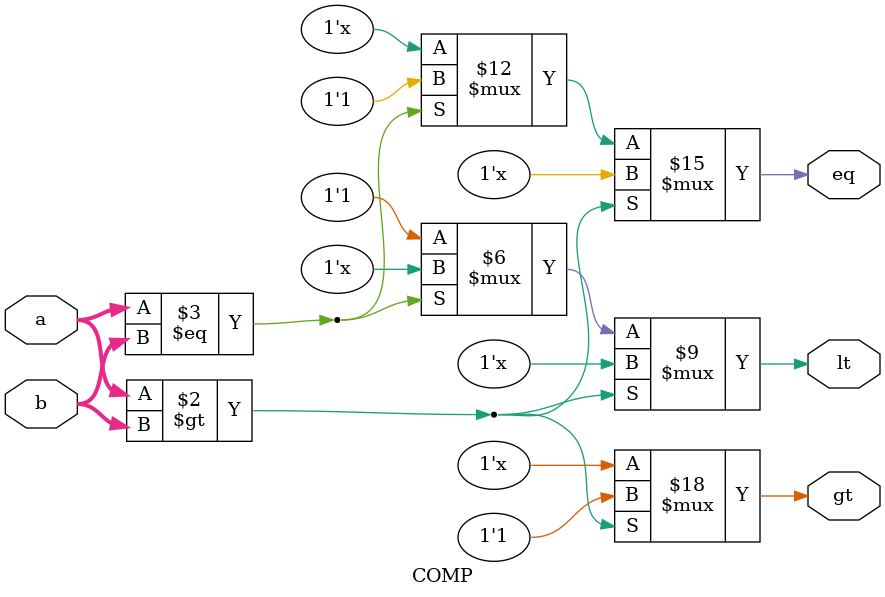
<source format=v>
`timescale 1ns / 1ps


module COMP(a, b, gt, lt, eq);
    parameter DATAWIDTH = 8;
    input [DATAWIDTH - 1 : 0] a, b;
    output reg gt, lt, eq;
    
    initial begin
        gt <= 0; lt <= 0; eq <= 0;
    end
    
    always @(a) begin
        if (a > b) begin
            gt <= 1;
        end
        else if (a == b) begin
            eq <= 1;
        end
        else begin
            lt <= 1;
        end
    end   

endmodule

</source>
